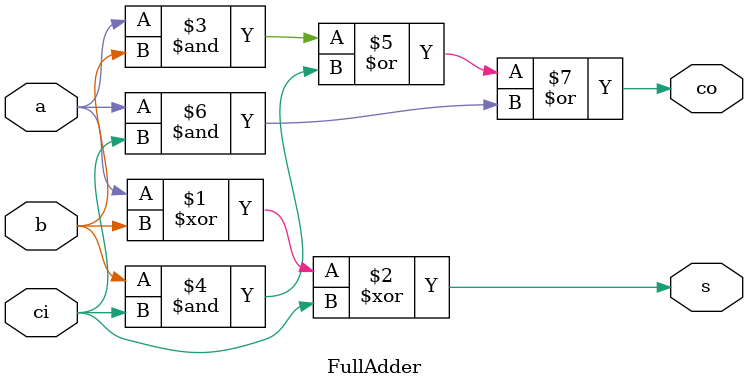
<source format=v>

module FullAdder(
	input  a,  // Operand A
	input  b,  // Operand B
	input  ci, // Carry-In
	output s,  // Sum
	output co  // Carry-Out
);

	// combinational logic
	assign s = a^b^ci;                         // XOR all inputs together
	assign co = (a & b) | (b & ci) | (a & ci); // 3 way OR gate

endmodule

</source>
